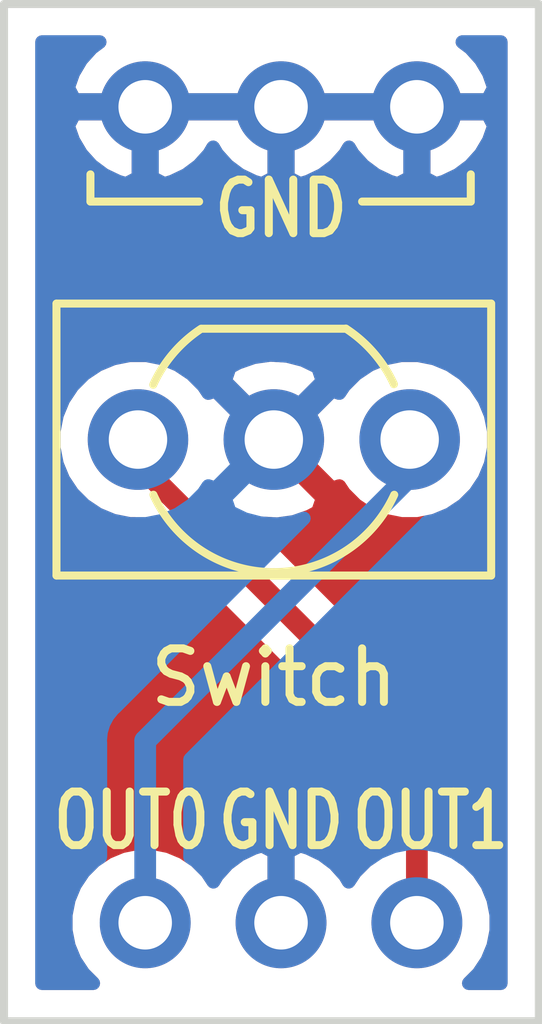
<source format=kicad_pcb>
(kicad_pcb (version 20171130) (host pcbnew "(5.1.9-0-10_14)")

  (general
    (thickness 1.6)
    (drawings 13)
    (tracks 6)
    (zones 0)
    (modules 3)
    (nets 4)
  )

  (page A4)
  (layers
    (0 F.Cu signal)
    (31 B.Cu signal)
    (32 B.Adhes user)
    (33 F.Adhes user)
    (34 B.Paste user)
    (35 F.Paste user)
    (36 B.SilkS user)
    (37 F.SilkS user)
    (38 B.Mask user)
    (39 F.Mask user)
    (40 Dwgs.User user)
    (41 Cmts.User user)
    (42 Eco1.User user)
    (43 Eco2.User user)
    (44 Edge.Cuts user)
    (45 Margin user)
    (46 B.CrtYd user hide)
    (47 F.CrtYd user hide)
    (48 B.Fab user hide)
    (49 F.Fab user hide)
  )

  (setup
    (last_trace_width 0.1524)
    (user_trace_width 0.1524)
    (user_trace_width 0.254)
    (user_trace_width 0.4064)
    (user_trace_width 0.635)
    (trace_clearance 0.1524)
    (zone_clearance 0.508)
    (zone_45_only no)
    (trace_min 0.1524)
    (via_size 0.6858)
    (via_drill 0.3048)
    (via_min_size 0.6858)
    (via_min_drill 0.3048)
    (uvia_size 0.3048)
    (uvia_drill 0.1524)
    (uvias_allowed no)
    (uvia_min_size 0.2)
    (uvia_min_drill 0.1)
    (edge_width 0.15)
    (segment_width 0.15)
    (pcb_text_width 0.3)
    (pcb_text_size 1.5 1.5)
    (mod_edge_width 0.15)
    (mod_text_size 1 1)
    (mod_text_width 0.15)
    (pad_size 1.524 1.524)
    (pad_drill 0.762)
    (pad_to_mask_clearance 0.2)
    (aux_axis_origin 0 0)
    (visible_elements FFFFFF7F)
    (pcbplotparams
      (layerselection 0x010fc_ffffffff)
      (usegerberextensions false)
      (usegerberattributes false)
      (usegerberadvancedattributes false)
      (creategerberjobfile false)
      (excludeedgelayer true)
      (linewidth 0.100000)
      (plotframeref false)
      (viasonmask false)
      (mode 1)
      (useauxorigin false)
      (hpglpennumber 1)
      (hpglpenspeed 20)
      (hpglpendiameter 15.000000)
      (psnegative false)
      (psa4output false)
      (plotreference true)
      (plotvalue true)
      (plotinvisibletext false)
      (padsonsilk false)
      (subtractmaskfromsilk false)
      (outputformat 1)
      (mirror false)
      (drillshape 1)
      (scaleselection 1)
      (outputdirectory ""))
  )

  (net 0 "")
  (net 1 GND)
  (net 2 OUT1)
  (net 3 OUT0)

  (net_class Default "This is the default net class."
    (clearance 0.1524)
    (trace_width 0.1524)
    (via_dia 0.6858)
    (via_drill 0.3048)
    (uvia_dia 0.3048)
    (uvia_drill 0.1524)
    (diff_pair_width 0.1524)
    (diff_pair_gap 0.1524)
    (add_net GND)
    (add_net OUT0)
    (add_net OUT1)
  )

  (module Connector_PinHeader_2.54mm:PinHeader_1x03_P2.54mm_Vertical (layer B.Cu) (tedit 5FD26484) (tstamp 5FD267C0)
    (at 103.64 73.16 270)
    (descr "Through hole straight pin header, 1x03, 2.54mm pitch, single row")
    (tags "Through hole pin header THT 1x03 2.54mm single row")
    (path /5FD260DD)
    (fp_text reference J2 (at 0 2.33 270) (layer B.SilkS) hide
      (effects (font (size 1 1) (thickness 0.15)) (justify mirror))
    )
    (fp_text value OUT (at 0 -7.41 270) (layer B.Fab)
      (effects (font (size 1 1) (thickness 0.15)) (justify mirror))
    )
    (fp_line (start -0.635 1.27) (end 1.27 1.27) (layer B.Fab) (width 0.1))
    (fp_line (start 1.27 1.27) (end 1.27 -6.35) (layer B.Fab) (width 0.1))
    (fp_line (start 1.27 -6.35) (end -1.27 -6.35) (layer B.Fab) (width 0.1))
    (fp_line (start -1.27 -6.35) (end -1.27 0.635) (layer B.Fab) (width 0.1))
    (fp_line (start -1.27 0.635) (end -0.635 1.27) (layer B.Fab) (width 0.1))
    (fp_line (start -1.8 1.8) (end -1.8 -6.85) (layer B.CrtYd) (width 0.05))
    (fp_line (start -1.8 -6.85) (end 1.8 -6.85) (layer B.CrtYd) (width 0.05))
    (fp_line (start 1.8 -6.85) (end 1.8 1.8) (layer B.CrtYd) (width 0.05))
    (fp_line (start 1.8 1.8) (end -1.8 1.8) (layer B.CrtYd) (width 0.05))
    (fp_text user %R (at 0 -2.54 180) (layer B.Fab)
      (effects (font (size 1 1) (thickness 0.15)) (justify mirror))
    )
    (pad 3 thru_hole oval (at 0 -5.08 270) (size 1.7 1.7) (drill 1) (layers *.Cu *.Mask)
      (net 2 OUT1))
    (pad 2 thru_hole oval (at 0 -2.54 270) (size 1.7 1.7) (drill 1) (layers *.Cu *.Mask)
      (net 1 GND))
    (pad 1 thru_hole oval (at 0 0 270) (size 1.7 1.7) (drill 1) (layers *.Cu *.Mask)
      (net 3 OUT0))
    (model ${KISYS3DMOD}/Connector_PinHeader_2.54mm.3dshapes/PinHeader_1x03_P2.54mm_Vertical.wrl
      (at (xyz 0 0 0))
      (scale (xyz 1 1 1))
      (rotate (xyz 0 0 0))
    )
  )

  (module Connector_PinHeader_2.54mm:PinHeader_1x03_P2.54mm_Vertical (layer B.Cu) (tedit 5FD26467) (tstamp 5FD267AA)
    (at 103.64 57.92 270)
    (descr "Through hole straight pin header, 1x03, 2.54mm pitch, single row")
    (tags "Through hole pin header THT 1x03 2.54mm single row")
    (path /5FD25C62)
    (fp_text reference J1 (at 0 2.33 270) (layer B.SilkS) hide
      (effects (font (size 1 1) (thickness 0.15)) (justify mirror))
    )
    (fp_text value POWER (at 0 -7.41 270) (layer B.Fab)
      (effects (font (size 1 1) (thickness 0.15)) (justify mirror))
    )
    (fp_line (start 1.8 1.8) (end -1.8 1.8) (layer B.CrtYd) (width 0.05))
    (fp_line (start 1.8 -6.85) (end 1.8 1.8) (layer B.CrtYd) (width 0.05))
    (fp_line (start -1.8 -6.85) (end 1.8 -6.85) (layer B.CrtYd) (width 0.05))
    (fp_line (start -1.8 1.8) (end -1.8 -6.85) (layer B.CrtYd) (width 0.05))
    (fp_line (start -1.27 0.635) (end -0.635 1.27) (layer B.Fab) (width 0.1))
    (fp_line (start -1.27 -6.35) (end -1.27 0.635) (layer B.Fab) (width 0.1))
    (fp_line (start 1.27 -6.35) (end -1.27 -6.35) (layer B.Fab) (width 0.1))
    (fp_line (start 1.27 1.27) (end 1.27 -6.35) (layer B.Fab) (width 0.1))
    (fp_line (start -0.635 1.27) (end 1.27 1.27) (layer B.Fab) (width 0.1))
    (fp_text user %R (at 0 -2.54 180) (layer B.Fab)
      (effects (font (size 1 1) (thickness 0.15)) (justify mirror))
    )
    (pad 1 thru_hole oval (at 0 0 270) (size 1.7 1.7) (drill 1) (layers *.Cu *.Mask)
      (net 1 GND))
    (pad 2 thru_hole oval (at 0 -2.54 270) (size 1.7 1.7) (drill 1) (layers *.Cu *.Mask)
      (net 1 GND))
    (pad 3 thru_hole oval (at 0 -5.08 270) (size 1.7 1.7) (drill 1) (layers *.Cu *.Mask)
      (net 1 GND))
    (model ${KISYS3DMOD}/Connector_PinHeader_2.54mm.3dshapes/PinHeader_1x03_P2.54mm_Vertical.wrl
      (at (xyz 0 0 0))
      (scale (xyz 1 1 1))
      (rotate (xyz 0 0 0))
    )
  )

  (module Switch_Thonk:SW_SPDT_Dailywell (layer F.Cu) (tedit 5FD2638F) (tstamp 5FD26840)
    (at 106.045 64.135 270)
    (path /5FD259E4)
    (fp_text reference SW1 (at 0 5.08 270) (layer F.SilkS) hide
      (effects (font (size 1 1) (thickness 0.15)))
    )
    (fp_text value SW_SPDT (at 0 -5.08 270) (layer F.Fab)
      (effects (font (size 1 1) (thickness 0.15)))
    )
    (fp_line (start -2.0701 -1.35128) (end -2.0701 1.35128) (layer F.SilkS) (width 0.15))
    (fp_line (start 2.54 -4.064) (end 2.54 4.064) (layer F.SilkS) (width 0.15))
    (fp_line (start -2.54 -4.064) (end -2.54 4.064) (layer F.SilkS) (width 0.15))
    (fp_line (start -2.54 4.064) (end 2.54 4.064) (layer F.SilkS) (width 0.15))
    (fp_line (start -2.54 -4.064) (end 2.54 -4.064) (layer F.SilkS) (width 0.15))
    (fp_arc (start 0 0) (end 2.4765 0) (angle -65.38985762) (layer F.SilkS) (width 0.15))
    (fp_arc (start 0 0) (end -1.033779 -2.245359) (angle -32.27419574) (layer F.SilkS) (width 0.15))
    (fp_arc (start 0 0) (end 2.4765 0) (angle 65.4) (layer F.SilkS) (width 0.15))
    (fp_arc (start 0 0) (end -2.070099 1.358899) (angle -32.3) (layer F.SilkS) (width 0.15))
    (pad 2 thru_hole circle (at 0 0 270) (size 1.8796 1.8796) (drill 1.0922) (layers *.Cu *.Mask)
      (net 1 GND))
    (pad 3 thru_hole circle (at 0 -2.54 270) (size 1.8796 1.8796) (drill 1.0922) (layers *.Cu *.Mask)
      (net 3 OUT0))
    (pad 1 thru_hole circle (at 0 2.54 270) (size 1.8796 1.8796) (drill 1.0922) (layers *.Cu *.Mask)
      (net 2 OUT1))
  )

  (gr_line (start 109.728 59.69) (end 109.728 59.182) (layer F.SilkS) (width 0.15))
  (gr_line (start 102.616 59.69) (end 102.616 59.182) (layer F.SilkS) (width 0.15))
  (gr_line (start 107.696 59.69) (end 109.728 59.69) (layer F.SilkS) (width 0.15))
  (gr_line (start 104.648 59.69) (end 102.616 59.69) (layer F.SilkS) (width 0.15))
  (gr_text OUT0 (at 103.386 71.255) (layer F.SilkS) (tstamp 5FD2696D)
    (effects (font (size 1 0.75) (thickness 0.15)))
  )
  (gr_text GND (at 106.18 71.255) (layer F.SilkS) (tstamp 5FD26967)
    (effects (font (size 1 0.75) (thickness 0.15)))
  )
  (gr_text GND (at 106.18 59.825) (layer F.SilkS) (tstamp 5FD2688E)
    (effects (font (size 1 0.8) (thickness 0.15)))
  )
  (gr_text OUT1 (at 108.974 71.255) (layer F.SilkS) (tstamp 5FCAC66D)
    (effects (font (size 1 0.75) (thickness 0.15)))
  )
  (gr_text Switch (at 106.045 68.58) (layer F.SilkS) (tstamp 5FC9695F)
    (effects (font (size 1 0.95) (thickness 0.15)))
  )
  (gr_line (start 101 56) (end 101 75) (layer Edge.Cuts) (width 0.15))
  (gr_line (start 111 56) (end 101 56) (layer Edge.Cuts) (width 0.15))
  (gr_line (start 111 75) (end 111 56) (layer Edge.Cuts) (width 0.15))
  (gr_line (start 101 75) (end 111 75) (layer Edge.Cuts) (width 0.15))

  (segment (start 108.72 69.79) (end 108.72 73.16) (width 0.4064) (layer F.Cu) (net 2))
  (segment (start 103.505 64.575) (end 108.72 69.79) (width 0.4064) (layer F.Cu) (net 2))
  (segment (start 103.505 64.135) (end 103.505 64.575) (width 0.4064) (layer F.Cu) (net 2))
  (segment (start 103.64 69.76) (end 103.64 73.16) (width 0.4064) (layer B.Cu) (net 3))
  (segment (start 108.585 64.815) (end 103.64 69.76) (width 0.4064) (layer B.Cu) (net 3))
  (segment (start 108.585 64.135) (end 108.585 64.815) (width 0.4064) (layer B.Cu) (net 3))

  (zone (net 1) (net_name GND) (layer F.Cu) (tstamp 0) (hatch edge 0.508)
    (connect_pads (clearance 0.508))
    (min_thickness 0.254)
    (fill yes (arc_segments 16) (thermal_gap 0.508) (thermal_bridge_width 0.508))
    (polygon
      (pts
        (xy 101 56) (xy 111 56) (xy 111 75) (xy 101 75)
      )
    )
    (filled_polygon
      (pts
        (xy 102.639731 56.822412) (xy 102.444822 57.038645) (xy 102.295843 57.288748) (xy 102.198519 57.563109) (xy 102.319186 57.793)
        (xy 103.513 57.793) (xy 103.513 57.773) (xy 103.767 57.773) (xy 103.767 57.793) (xy 106.053 57.793)
        (xy 106.053 57.773) (xy 106.307 57.773) (xy 106.307 57.793) (xy 108.593 57.793) (xy 108.593 57.773)
        (xy 108.847 57.773) (xy 108.847 57.793) (xy 110.040814 57.793) (xy 110.161481 57.563109) (xy 110.064157 57.288748)
        (xy 109.915178 57.038645) (xy 109.720269 56.822412) (xy 109.569561 56.71) (xy 110.290001 56.71) (xy 110.29 74.29)
        (xy 109.690107 74.29) (xy 109.873475 74.106632) (xy 110.03599 73.863411) (xy 110.147932 73.593158) (xy 110.205 73.30626)
        (xy 110.205 73.01374) (xy 110.147932 72.726842) (xy 110.03599 72.456589) (xy 109.873475 72.213368) (xy 109.666632 72.006525)
        (xy 109.5582 71.934073) (xy 109.5582 69.831163) (xy 109.562254 69.79) (xy 109.5582 69.748837) (xy 109.5582 69.74883)
        (xy 109.546071 69.625684) (xy 109.498142 69.467683) (xy 109.420309 69.322068) (xy 109.315564 69.194436) (xy 109.283589 69.168195)
        (xy 105.814593 65.699199) (xy 106.109977 65.716084) (xy 106.417184 65.673027) (xy 106.710086 65.570865) (xy 106.869377 65.485723)
        (xy 106.957871 65.227476) (xy 106.045 64.314605) (xy 106.030858 64.328748) (xy 105.851253 64.149143) (xy 105.865395 64.135)
        (xy 106.224605 64.135) (xy 107.137476 65.047871) (xy 107.270505 65.002286) (xy 107.361773 65.138877) (xy 107.581123 65.358227)
        (xy 107.839052 65.53057) (xy 108.125648 65.649282) (xy 108.429896 65.7098) (xy 108.740104 65.7098) (xy 109.044352 65.649282)
        (xy 109.330948 65.53057) (xy 109.588877 65.358227) (xy 109.808227 65.138877) (xy 109.98057 64.880948) (xy 110.099282 64.594352)
        (xy 110.1598 64.290104) (xy 110.1598 63.979896) (xy 110.099282 63.675648) (xy 109.98057 63.389052) (xy 109.808227 63.131123)
        (xy 109.588877 62.911773) (xy 109.330948 62.73943) (xy 109.044352 62.620718) (xy 108.740104 62.5602) (xy 108.429896 62.5602)
        (xy 108.125648 62.620718) (xy 107.839052 62.73943) (xy 107.581123 62.911773) (xy 107.361773 63.131123) (xy 107.270505 63.267714)
        (xy 107.137476 63.222129) (xy 106.224605 64.135) (xy 105.865395 64.135) (xy 104.952524 63.222129) (xy 104.819495 63.267714)
        (xy 104.728227 63.131123) (xy 104.639628 63.042524) (xy 105.132129 63.042524) (xy 106.045 63.955395) (xy 106.957871 63.042524)
        (xy 106.869377 62.784277) (xy 106.590024 62.649403) (xy 106.289725 62.571619) (xy 105.980023 62.553916) (xy 105.672816 62.596973)
        (xy 105.379914 62.699135) (xy 105.220623 62.784277) (xy 105.132129 63.042524) (xy 104.639628 63.042524) (xy 104.508877 62.911773)
        (xy 104.250948 62.73943) (xy 103.964352 62.620718) (xy 103.660104 62.5602) (xy 103.349896 62.5602) (xy 103.045648 62.620718)
        (xy 102.759052 62.73943) (xy 102.501123 62.911773) (xy 102.281773 63.131123) (xy 102.10943 63.389052) (xy 101.990718 63.675648)
        (xy 101.9302 63.979896) (xy 101.9302 64.290104) (xy 101.990718 64.594352) (xy 102.10943 64.880948) (xy 102.281773 65.138877)
        (xy 102.501123 65.358227) (xy 102.759052 65.53057) (xy 103.045648 65.649282) (xy 103.349896 65.7098) (xy 103.454407 65.7098)
        (xy 107.8818 70.137194) (xy 107.881801 71.934073) (xy 107.773368 72.006525) (xy 107.566525 72.213368) (xy 107.444805 72.395534)
        (xy 107.375178 72.278645) (xy 107.180269 72.062412) (xy 106.94692 71.888359) (xy 106.684099 71.763175) (xy 106.53689 71.718524)
        (xy 106.307 71.839845) (xy 106.307 73.033) (xy 106.327 73.033) (xy 106.327 73.287) (xy 106.307 73.287)
        (xy 106.307 73.307) (xy 106.053 73.307) (xy 106.053 73.287) (xy 106.033 73.287) (xy 106.033 73.033)
        (xy 106.053 73.033) (xy 106.053 71.839845) (xy 105.82311 71.718524) (xy 105.675901 71.763175) (xy 105.41308 71.888359)
        (xy 105.179731 72.062412) (xy 104.984822 72.278645) (xy 104.915195 72.395534) (xy 104.793475 72.213368) (xy 104.586632 72.006525)
        (xy 104.343411 71.84401) (xy 104.073158 71.732068) (xy 103.78626 71.675) (xy 103.49374 71.675) (xy 103.206842 71.732068)
        (xy 102.936589 71.84401) (xy 102.693368 72.006525) (xy 102.486525 72.213368) (xy 102.32401 72.456589) (xy 102.212068 72.726842)
        (xy 102.155 73.01374) (xy 102.155 73.30626) (xy 102.212068 73.593158) (xy 102.32401 73.863411) (xy 102.486525 74.106632)
        (xy 102.669893 74.29) (xy 101.71 74.29) (xy 101.71 58.276891) (xy 102.198519 58.276891) (xy 102.295843 58.551252)
        (xy 102.444822 58.801355) (xy 102.639731 59.017588) (xy 102.87308 59.191641) (xy 103.135901 59.316825) (xy 103.28311 59.361476)
        (xy 103.513 59.240155) (xy 103.513 58.047) (xy 103.767 58.047) (xy 103.767 59.240155) (xy 103.99689 59.361476)
        (xy 104.144099 59.316825) (xy 104.40692 59.191641) (xy 104.640269 59.017588) (xy 104.835178 58.801355) (xy 104.91 58.675745)
        (xy 104.984822 58.801355) (xy 105.179731 59.017588) (xy 105.41308 59.191641) (xy 105.675901 59.316825) (xy 105.82311 59.361476)
        (xy 106.053 59.240155) (xy 106.053 58.047) (xy 106.307 58.047) (xy 106.307 59.240155) (xy 106.53689 59.361476)
        (xy 106.684099 59.316825) (xy 106.94692 59.191641) (xy 107.180269 59.017588) (xy 107.375178 58.801355) (xy 107.45 58.675745)
        (xy 107.524822 58.801355) (xy 107.719731 59.017588) (xy 107.95308 59.191641) (xy 108.215901 59.316825) (xy 108.36311 59.361476)
        (xy 108.593 59.240155) (xy 108.593 58.047) (xy 108.847 58.047) (xy 108.847 59.240155) (xy 109.07689 59.361476)
        (xy 109.224099 59.316825) (xy 109.48692 59.191641) (xy 109.720269 59.017588) (xy 109.915178 58.801355) (xy 110.064157 58.551252)
        (xy 110.161481 58.276891) (xy 110.040814 58.047) (xy 108.847 58.047) (xy 108.593 58.047) (xy 106.307 58.047)
        (xy 106.053 58.047) (xy 103.767 58.047) (xy 103.513 58.047) (xy 102.319186 58.047) (xy 102.198519 58.276891)
        (xy 101.71 58.276891) (xy 101.71 56.71) (xy 102.790439 56.71)
      )
    )
  )
  (zone (net 1) (net_name GND) (layer B.Cu) (tstamp 0) (hatch edge 0.508)
    (connect_pads (clearance 0.508))
    (min_thickness 0.254)
    (fill yes (arc_segments 16) (thermal_gap 0.508) (thermal_bridge_width 0.508))
    (polygon
      (pts
        (xy 101 56) (xy 111 56) (xy 111 75) (xy 101 75)
      )
    )
    (filled_polygon
      (pts
        (xy 102.639731 56.822412) (xy 102.444822 57.038645) (xy 102.295843 57.288748) (xy 102.198519 57.563109) (xy 102.319186 57.793)
        (xy 103.513 57.793) (xy 103.513 57.773) (xy 103.767 57.773) (xy 103.767 57.793) (xy 106.053 57.793)
        (xy 106.053 57.773) (xy 106.307 57.773) (xy 106.307 57.793) (xy 108.593 57.793) (xy 108.593 57.773)
        (xy 108.847 57.773) (xy 108.847 57.793) (xy 110.040814 57.793) (xy 110.161481 57.563109) (xy 110.064157 57.288748)
        (xy 109.915178 57.038645) (xy 109.720269 56.822412) (xy 109.569561 56.71) (xy 110.290001 56.71) (xy 110.29 74.29)
        (xy 109.690107 74.29) (xy 109.873475 74.106632) (xy 110.03599 73.863411) (xy 110.147932 73.593158) (xy 110.205 73.30626)
        (xy 110.205 73.01374) (xy 110.147932 72.726842) (xy 110.03599 72.456589) (xy 109.873475 72.213368) (xy 109.666632 72.006525)
        (xy 109.423411 71.84401) (xy 109.153158 71.732068) (xy 108.86626 71.675) (xy 108.57374 71.675) (xy 108.286842 71.732068)
        (xy 108.016589 71.84401) (xy 107.773368 72.006525) (xy 107.566525 72.213368) (xy 107.444805 72.395534) (xy 107.375178 72.278645)
        (xy 107.180269 72.062412) (xy 106.94692 71.888359) (xy 106.684099 71.763175) (xy 106.53689 71.718524) (xy 106.307 71.839845)
        (xy 106.307 73.033) (xy 106.327 73.033) (xy 106.327 73.287) (xy 106.307 73.287) (xy 106.307 73.307)
        (xy 106.053 73.307) (xy 106.053 73.287) (xy 106.033 73.287) (xy 106.033 73.033) (xy 106.053 73.033)
        (xy 106.053 71.839845) (xy 105.82311 71.718524) (xy 105.675901 71.763175) (xy 105.41308 71.888359) (xy 105.179731 72.062412)
        (xy 104.984822 72.278645) (xy 104.915195 72.395534) (xy 104.793475 72.213368) (xy 104.586632 72.006525) (xy 104.4782 71.934073)
        (xy 104.4782 70.107193) (xy 108.909236 65.676158) (xy 109.044352 65.649282) (xy 109.330948 65.53057) (xy 109.588877 65.358227)
        (xy 109.808227 65.138877) (xy 109.98057 64.880948) (xy 110.099282 64.594352) (xy 110.1598 64.290104) (xy 110.1598 63.979896)
        (xy 110.099282 63.675648) (xy 109.98057 63.389052) (xy 109.808227 63.131123) (xy 109.588877 62.911773) (xy 109.330948 62.73943)
        (xy 109.044352 62.620718) (xy 108.740104 62.5602) (xy 108.429896 62.5602) (xy 108.125648 62.620718) (xy 107.839052 62.73943)
        (xy 107.581123 62.911773) (xy 107.361773 63.131123) (xy 107.270505 63.267714) (xy 107.137476 63.222129) (xy 106.224605 64.135)
        (xy 106.238748 64.149143) (xy 106.059143 64.328748) (xy 106.045 64.314605) (xy 105.132129 65.227476) (xy 105.220623 65.485723)
        (xy 105.499976 65.620597) (xy 105.800275 65.698381) (xy 106.109977 65.716084) (xy 106.417184 65.673027) (xy 106.608206 65.6064)
        (xy 103.076418 69.138189) (xy 103.044436 69.164436) (xy 102.939691 69.292069) (xy 102.861858 69.437684) (xy 102.813929 69.595685)
        (xy 102.8018 69.718831) (xy 102.8018 69.718837) (xy 102.797746 69.76) (xy 102.8018 69.801163) (xy 102.801801 71.934073)
        (xy 102.693368 72.006525) (xy 102.486525 72.213368) (xy 102.32401 72.456589) (xy 102.212068 72.726842) (xy 102.155 73.01374)
        (xy 102.155 73.30626) (xy 102.212068 73.593158) (xy 102.32401 73.863411) (xy 102.486525 74.106632) (xy 102.669893 74.29)
        (xy 101.71 74.29) (xy 101.71 63.979896) (xy 101.9302 63.979896) (xy 101.9302 64.290104) (xy 101.990718 64.594352)
        (xy 102.10943 64.880948) (xy 102.281773 65.138877) (xy 102.501123 65.358227) (xy 102.759052 65.53057) (xy 103.045648 65.649282)
        (xy 103.349896 65.7098) (xy 103.660104 65.7098) (xy 103.964352 65.649282) (xy 104.250948 65.53057) (xy 104.508877 65.358227)
        (xy 104.728227 65.138877) (xy 104.819495 65.002286) (xy 104.952524 65.047871) (xy 105.865395 64.135) (xy 104.952524 63.222129)
        (xy 104.819495 63.267714) (xy 104.728227 63.131123) (xy 104.639628 63.042524) (xy 105.132129 63.042524) (xy 106.045 63.955395)
        (xy 106.957871 63.042524) (xy 106.869377 62.784277) (xy 106.590024 62.649403) (xy 106.289725 62.571619) (xy 105.980023 62.553916)
        (xy 105.672816 62.596973) (xy 105.379914 62.699135) (xy 105.220623 62.784277) (xy 105.132129 63.042524) (xy 104.639628 63.042524)
        (xy 104.508877 62.911773) (xy 104.250948 62.73943) (xy 103.964352 62.620718) (xy 103.660104 62.5602) (xy 103.349896 62.5602)
        (xy 103.045648 62.620718) (xy 102.759052 62.73943) (xy 102.501123 62.911773) (xy 102.281773 63.131123) (xy 102.10943 63.389052)
        (xy 101.990718 63.675648) (xy 101.9302 63.979896) (xy 101.71 63.979896) (xy 101.71 58.276891) (xy 102.198519 58.276891)
        (xy 102.295843 58.551252) (xy 102.444822 58.801355) (xy 102.639731 59.017588) (xy 102.87308 59.191641) (xy 103.135901 59.316825)
        (xy 103.28311 59.361476) (xy 103.513 59.240155) (xy 103.513 58.047) (xy 103.767 58.047) (xy 103.767 59.240155)
        (xy 103.99689 59.361476) (xy 104.144099 59.316825) (xy 104.40692 59.191641) (xy 104.640269 59.017588) (xy 104.835178 58.801355)
        (xy 104.91 58.675745) (xy 104.984822 58.801355) (xy 105.179731 59.017588) (xy 105.41308 59.191641) (xy 105.675901 59.316825)
        (xy 105.82311 59.361476) (xy 106.053 59.240155) (xy 106.053 58.047) (xy 106.307 58.047) (xy 106.307 59.240155)
        (xy 106.53689 59.361476) (xy 106.684099 59.316825) (xy 106.94692 59.191641) (xy 107.180269 59.017588) (xy 107.375178 58.801355)
        (xy 107.45 58.675745) (xy 107.524822 58.801355) (xy 107.719731 59.017588) (xy 107.95308 59.191641) (xy 108.215901 59.316825)
        (xy 108.36311 59.361476) (xy 108.593 59.240155) (xy 108.593 58.047) (xy 108.847 58.047) (xy 108.847 59.240155)
        (xy 109.07689 59.361476) (xy 109.224099 59.316825) (xy 109.48692 59.191641) (xy 109.720269 59.017588) (xy 109.915178 58.801355)
        (xy 110.064157 58.551252) (xy 110.161481 58.276891) (xy 110.040814 58.047) (xy 108.847 58.047) (xy 108.593 58.047)
        (xy 106.307 58.047) (xy 106.053 58.047) (xy 103.767 58.047) (xy 103.513 58.047) (xy 102.319186 58.047)
        (xy 102.198519 58.276891) (xy 101.71 58.276891) (xy 101.71 56.71) (xy 102.790439 56.71)
      )
    )
  )
)

</source>
